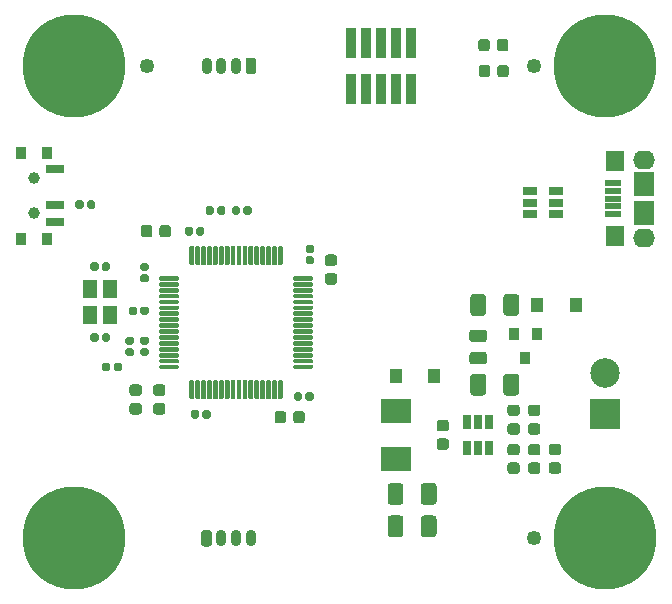
<source format=gbr>
%TF.GenerationSoftware,KiCad,Pcbnew,(5.1.6)-1*%
%TF.CreationDate,2020-09-25T18:38:39+02:00*%
%TF.ProjectId,STM32F4_REV2,53544d33-3246-4345-9f52-4556322e6b69,rev?*%
%TF.SameCoordinates,Original*%
%TF.FileFunction,Soldermask,Top*%
%TF.FilePolarity,Negative*%
%FSLAX46Y46*%
G04 Gerber Fmt 4.6, Leading zero omitted, Abs format (unit mm)*
G04 Created by KiCad (PCBNEW (5.1.6)-1) date 2020-09-25 18:38:39*
%MOMM*%
%LPD*%
G01*
G04 APERTURE LIST*
%ADD10C,1.252000*%
%ADD11C,1.000000*%
%ADD12R,1.600000X0.800000*%
%ADD13R,0.900000X1.100000*%
%ADD14R,0.840000X2.500000*%
%ADD15R,1.000000X1.300000*%
%ADD16C,8.700000*%
%ADD17R,2.500000X2.500000*%
%ADD18C,2.500000*%
%ADD19O,0.900000X1.400000*%
%ADD20R,1.450000X0.500000*%
%ADD21O,1.850000X1.600000*%
%ADD22R,1.500000X1.700000*%
%ADD23R,1.700000X2.000000*%
%ADD24R,2.600000X2.000000*%
%ADD25R,0.900000X1.000000*%
%ADD26R,0.750000X1.160000*%
%ADD27R,1.160000X0.750000*%
%ADD28R,1.300000X1.500000*%
G04 APERTURE END LIST*
D10*
%TO.C,REF\u002A\u002A*%
X75250000Y-81000000D03*
%TD*%
%TO.C,REF\u002A\u002A*%
X75250000Y-41000000D03*
%TD*%
%TO.C,REF\u002A\u002A*%
X42500000Y-41000000D03*
%TD*%
D11*
%TO.C,SW1*%
X32920000Y-50500000D03*
X32920000Y-53500000D03*
D12*
X34680000Y-49750000D03*
X34680000Y-52750000D03*
X34680000Y-54250000D03*
D13*
X31820000Y-48350000D03*
X31820000Y-55650000D03*
X34030000Y-55650000D03*
X34030000Y-48350000D03*
%TD*%
D14*
%TO.C,J2*%
X59710000Y-42950000D03*
X59710000Y-39050000D03*
X60980000Y-42950000D03*
X60980000Y-39050000D03*
X62250000Y-42950000D03*
X62250000Y-39050000D03*
X63520000Y-42950000D03*
X63520000Y-39050000D03*
X64790000Y-42950000D03*
X64790000Y-39050000D03*
%TD*%
%TO.C,C1*%
G36*
G01*
X69825000Y-68655000D02*
X69825000Y-67345000D01*
G75*
G02*
X70095000Y-67075000I270000J0D01*
G01*
X70905000Y-67075000D01*
G75*
G02*
X71175000Y-67345000I0J-270000D01*
G01*
X71175000Y-68655000D01*
G75*
G02*
X70905000Y-68925000I-270000J0D01*
G01*
X70095000Y-68925000D01*
G75*
G02*
X69825000Y-68655000I0J270000D01*
G01*
G37*
G36*
G01*
X72625000Y-68655000D02*
X72625000Y-67345000D01*
G75*
G02*
X72895000Y-67075000I270000J0D01*
G01*
X73705000Y-67075000D01*
G75*
G02*
X73975000Y-67345000I0J-270000D01*
G01*
X73975000Y-68655000D01*
G75*
G02*
X73705000Y-68925000I-270000J0D01*
G01*
X72895000Y-68925000D01*
G75*
G02*
X72625000Y-68655000I0J270000D01*
G01*
G37*
%TD*%
%TO.C,C2*%
G36*
G01*
X62825000Y-77905000D02*
X62825000Y-76595000D01*
G75*
G02*
X63095000Y-76325000I270000J0D01*
G01*
X63905000Y-76325000D01*
G75*
G02*
X64175000Y-76595000I0J-270000D01*
G01*
X64175000Y-77905000D01*
G75*
G02*
X63905000Y-78175000I-270000J0D01*
G01*
X63095000Y-78175000D01*
G75*
G02*
X62825000Y-77905000I0J270000D01*
G01*
G37*
G36*
G01*
X65625000Y-77905000D02*
X65625000Y-76595000D01*
G75*
G02*
X65895000Y-76325000I270000J0D01*
G01*
X66705000Y-76325000D01*
G75*
G02*
X66975000Y-76595000I0J-270000D01*
G01*
X66975000Y-77905000D01*
G75*
G02*
X66705000Y-78175000I-270000J0D01*
G01*
X65895000Y-78175000D01*
G75*
G02*
X65625000Y-77905000I0J270000D01*
G01*
G37*
%TD*%
%TO.C,C3*%
G36*
G01*
X65625000Y-80655000D02*
X65625000Y-79345000D01*
G75*
G02*
X65895000Y-79075000I270000J0D01*
G01*
X66705000Y-79075000D01*
G75*
G02*
X66975000Y-79345000I0J-270000D01*
G01*
X66975000Y-80655000D01*
G75*
G02*
X66705000Y-80925000I-270000J0D01*
G01*
X65895000Y-80925000D01*
G75*
G02*
X65625000Y-80655000I0J270000D01*
G01*
G37*
G36*
G01*
X62825000Y-80655000D02*
X62825000Y-79345000D01*
G75*
G02*
X63095000Y-79075000I270000J0D01*
G01*
X63905000Y-79075000D01*
G75*
G02*
X64175000Y-79345000I0J-270000D01*
G01*
X64175000Y-80655000D01*
G75*
G02*
X63905000Y-80925000I-270000J0D01*
G01*
X63095000Y-80925000D01*
G75*
G02*
X62825000Y-80655000I0J270000D01*
G01*
G37*
%TD*%
%TO.C,C4*%
G36*
G01*
X67218750Y-70975000D02*
X67781250Y-70975000D01*
G75*
G02*
X68025000Y-71218750I0J-243750D01*
G01*
X68025000Y-71706250D01*
G75*
G02*
X67781250Y-71950000I-243750J0D01*
G01*
X67218750Y-71950000D01*
G75*
G02*
X66975000Y-71706250I0J243750D01*
G01*
X66975000Y-71218750D01*
G75*
G02*
X67218750Y-70975000I243750J0D01*
G01*
G37*
G36*
G01*
X67218750Y-72550000D02*
X67781250Y-72550000D01*
G75*
G02*
X68025000Y-72793750I0J-243750D01*
G01*
X68025000Y-73281250D01*
G75*
G02*
X67781250Y-73525000I-243750J0D01*
G01*
X67218750Y-73525000D01*
G75*
G02*
X66975000Y-73281250I0J243750D01*
G01*
X66975000Y-72793750D01*
G75*
G02*
X67218750Y-72550000I243750J0D01*
G01*
G37*
%TD*%
%TO.C,C5*%
G36*
G01*
X42912500Y-54718750D02*
X42912500Y-55281250D01*
G75*
G02*
X42668750Y-55525000I-243750J0D01*
G01*
X42181250Y-55525000D01*
G75*
G02*
X41937500Y-55281250I0J243750D01*
G01*
X41937500Y-54718750D01*
G75*
G02*
X42181250Y-54475000I243750J0D01*
G01*
X42668750Y-54475000D01*
G75*
G02*
X42912500Y-54718750I0J-243750D01*
G01*
G37*
G36*
G01*
X44487500Y-54718750D02*
X44487500Y-55281250D01*
G75*
G02*
X44243750Y-55525000I-243750J0D01*
G01*
X43756250Y-55525000D01*
G75*
G02*
X43512500Y-55281250I0J243750D01*
G01*
X43512500Y-54718750D01*
G75*
G02*
X43756250Y-54475000I243750J0D01*
G01*
X44243750Y-54475000D01*
G75*
G02*
X44487500Y-54718750I0J-243750D01*
G01*
G37*
%TD*%
%TO.C,C6*%
G36*
G01*
X42447500Y-58375000D02*
X42052500Y-58375000D01*
G75*
G02*
X41880000Y-58202500I0J172500D01*
G01*
X41880000Y-57857500D01*
G75*
G02*
X42052500Y-57685000I172500J0D01*
G01*
X42447500Y-57685000D01*
G75*
G02*
X42620000Y-57857500I0J-172500D01*
G01*
X42620000Y-58202500D01*
G75*
G02*
X42447500Y-58375000I-172500J0D01*
G01*
G37*
G36*
G01*
X42447500Y-59345000D02*
X42052500Y-59345000D01*
G75*
G02*
X41880000Y-59172500I0J172500D01*
G01*
X41880000Y-58827500D01*
G75*
G02*
X42052500Y-58655000I172500J0D01*
G01*
X42447500Y-58655000D01*
G75*
G02*
X42620000Y-58827500I0J-172500D01*
G01*
X42620000Y-59172500D01*
G75*
G02*
X42447500Y-59345000I-172500J0D01*
G01*
G37*
%TD*%
%TO.C,C7*%
G36*
G01*
X47845000Y-70302500D02*
X47845000Y-70697500D01*
G75*
G02*
X47672500Y-70870000I-172500J0D01*
G01*
X47327500Y-70870000D01*
G75*
G02*
X47155000Y-70697500I0J172500D01*
G01*
X47155000Y-70302500D01*
G75*
G02*
X47327500Y-70130000I172500J0D01*
G01*
X47672500Y-70130000D01*
G75*
G02*
X47845000Y-70302500I0J-172500D01*
G01*
G37*
G36*
G01*
X46875000Y-70302500D02*
X46875000Y-70697500D01*
G75*
G02*
X46702500Y-70870000I-172500J0D01*
G01*
X46357500Y-70870000D01*
G75*
G02*
X46185000Y-70697500I0J172500D01*
G01*
X46185000Y-70302500D01*
G75*
G02*
X46357500Y-70130000I172500J0D01*
G01*
X46702500Y-70130000D01*
G75*
G02*
X46875000Y-70302500I0J-172500D01*
G01*
G37*
%TD*%
%TO.C,C8*%
G36*
G01*
X55875000Y-69197500D02*
X55875000Y-68802500D01*
G75*
G02*
X56047500Y-68630000I172500J0D01*
G01*
X56392500Y-68630000D01*
G75*
G02*
X56565000Y-68802500I0J-172500D01*
G01*
X56565000Y-69197500D01*
G75*
G02*
X56392500Y-69370000I-172500J0D01*
G01*
X56047500Y-69370000D01*
G75*
G02*
X55875000Y-69197500I0J172500D01*
G01*
G37*
G36*
G01*
X54905000Y-69197500D02*
X54905000Y-68802500D01*
G75*
G02*
X55077500Y-68630000I172500J0D01*
G01*
X55422500Y-68630000D01*
G75*
G02*
X55595000Y-68802500I0J-172500D01*
G01*
X55595000Y-69197500D01*
G75*
G02*
X55422500Y-69370000I-172500J0D01*
G01*
X55077500Y-69370000D01*
G75*
G02*
X54905000Y-69197500I0J172500D01*
G01*
G37*
%TD*%
%TO.C,C9*%
G36*
G01*
X56447500Y-57815000D02*
X56052500Y-57815000D01*
G75*
G02*
X55880000Y-57642500I0J172500D01*
G01*
X55880000Y-57297500D01*
G75*
G02*
X56052500Y-57125000I172500J0D01*
G01*
X56447500Y-57125000D01*
G75*
G02*
X56620000Y-57297500I0J-172500D01*
G01*
X56620000Y-57642500D01*
G75*
G02*
X56447500Y-57815000I-172500J0D01*
G01*
G37*
G36*
G01*
X56447500Y-56845000D02*
X56052500Y-56845000D01*
G75*
G02*
X55880000Y-56672500I0J172500D01*
G01*
X55880000Y-56327500D01*
G75*
G02*
X56052500Y-56155000I172500J0D01*
G01*
X56447500Y-56155000D01*
G75*
G02*
X56620000Y-56327500I0J-172500D01*
G01*
X56620000Y-56672500D01*
G75*
G02*
X56447500Y-56845000I-172500J0D01*
G01*
G37*
%TD*%
%TO.C,C10*%
G36*
G01*
X46625000Y-55197500D02*
X46625000Y-54802500D01*
G75*
G02*
X46797500Y-54630000I172500J0D01*
G01*
X47142500Y-54630000D01*
G75*
G02*
X47315000Y-54802500I0J-172500D01*
G01*
X47315000Y-55197500D01*
G75*
G02*
X47142500Y-55370000I-172500J0D01*
G01*
X46797500Y-55370000D01*
G75*
G02*
X46625000Y-55197500I0J172500D01*
G01*
G37*
G36*
G01*
X45655000Y-55197500D02*
X45655000Y-54802500D01*
G75*
G02*
X45827500Y-54630000I172500J0D01*
G01*
X46172500Y-54630000D01*
G75*
G02*
X46345000Y-54802500I0J-172500D01*
G01*
X46345000Y-55197500D01*
G75*
G02*
X46172500Y-55370000I-172500J0D01*
G01*
X45827500Y-55370000D01*
G75*
G02*
X45655000Y-55197500I0J172500D01*
G01*
G37*
%TD*%
%TO.C,C11*%
G36*
G01*
X41197500Y-65595000D02*
X40802500Y-65595000D01*
G75*
G02*
X40630000Y-65422500I0J172500D01*
G01*
X40630000Y-65077500D01*
G75*
G02*
X40802500Y-64905000I172500J0D01*
G01*
X41197500Y-64905000D01*
G75*
G02*
X41370000Y-65077500I0J-172500D01*
G01*
X41370000Y-65422500D01*
G75*
G02*
X41197500Y-65595000I-172500J0D01*
G01*
G37*
G36*
G01*
X41197500Y-64625000D02*
X40802500Y-64625000D01*
G75*
G02*
X40630000Y-64452500I0J172500D01*
G01*
X40630000Y-64107500D01*
G75*
G02*
X40802500Y-63935000I172500J0D01*
G01*
X41197500Y-63935000D01*
G75*
G02*
X41370000Y-64107500I0J-172500D01*
G01*
X41370000Y-64452500D01*
G75*
G02*
X41197500Y-64625000I-172500J0D01*
G01*
G37*
%TD*%
%TO.C,C12*%
G36*
G01*
X42447500Y-65580000D02*
X42052500Y-65580000D01*
G75*
G02*
X41880000Y-65407500I0J172500D01*
G01*
X41880000Y-65062500D01*
G75*
G02*
X42052500Y-64890000I172500J0D01*
G01*
X42447500Y-64890000D01*
G75*
G02*
X42620000Y-65062500I0J-172500D01*
G01*
X42620000Y-65407500D01*
G75*
G02*
X42447500Y-65580000I-172500J0D01*
G01*
G37*
G36*
G01*
X42447500Y-64610000D02*
X42052500Y-64610000D01*
G75*
G02*
X41880000Y-64437500I0J172500D01*
G01*
X41880000Y-64092500D01*
G75*
G02*
X42052500Y-63920000I172500J0D01*
G01*
X42447500Y-63920000D01*
G75*
G02*
X42620000Y-64092500I0J-172500D01*
G01*
X42620000Y-64437500D01*
G75*
G02*
X42447500Y-64610000I-172500J0D01*
G01*
G37*
%TD*%
%TO.C,C13*%
G36*
G01*
X53262500Y-71031250D02*
X53262500Y-70468750D01*
G75*
G02*
X53506250Y-70225000I243750J0D01*
G01*
X53993750Y-70225000D01*
G75*
G02*
X54237500Y-70468750I0J-243750D01*
G01*
X54237500Y-71031250D01*
G75*
G02*
X53993750Y-71275000I-243750J0D01*
G01*
X53506250Y-71275000D01*
G75*
G02*
X53262500Y-71031250I0J243750D01*
G01*
G37*
G36*
G01*
X54837500Y-71031250D02*
X54837500Y-70468750D01*
G75*
G02*
X55081250Y-70225000I243750J0D01*
G01*
X55568750Y-70225000D01*
G75*
G02*
X55812500Y-70468750I0J-243750D01*
G01*
X55812500Y-71031250D01*
G75*
G02*
X55568750Y-71275000I-243750J0D01*
G01*
X55081250Y-71275000D01*
G75*
G02*
X54837500Y-71031250I0J243750D01*
G01*
G37*
%TD*%
%TO.C,C14*%
G36*
G01*
X58318750Y-57950000D02*
X57756250Y-57950000D01*
G75*
G02*
X57512500Y-57706250I0J243750D01*
G01*
X57512500Y-57218750D01*
G75*
G02*
X57756250Y-56975000I243750J0D01*
G01*
X58318750Y-56975000D01*
G75*
G02*
X58562500Y-57218750I0J-243750D01*
G01*
X58562500Y-57706250D01*
G75*
G02*
X58318750Y-57950000I-243750J0D01*
G01*
G37*
G36*
G01*
X58318750Y-59525000D02*
X57756250Y-59525000D01*
G75*
G02*
X57512500Y-59281250I0J243750D01*
G01*
X57512500Y-58793750D01*
G75*
G02*
X57756250Y-58550000I243750J0D01*
G01*
X58318750Y-58550000D01*
G75*
G02*
X58562500Y-58793750I0J-243750D01*
G01*
X58562500Y-59281250D01*
G75*
G02*
X58318750Y-59525000I-243750J0D01*
G01*
G37*
%TD*%
%TO.C,C15*%
G36*
G01*
X38640000Y-58197500D02*
X38640000Y-57802500D01*
G75*
G02*
X38812500Y-57630000I172500J0D01*
G01*
X39157500Y-57630000D01*
G75*
G02*
X39330000Y-57802500I0J-172500D01*
G01*
X39330000Y-58197500D01*
G75*
G02*
X39157500Y-58370000I-172500J0D01*
G01*
X38812500Y-58370000D01*
G75*
G02*
X38640000Y-58197500I0J172500D01*
G01*
G37*
G36*
G01*
X37670000Y-58197500D02*
X37670000Y-57802500D01*
G75*
G02*
X37842500Y-57630000I172500J0D01*
G01*
X38187500Y-57630000D01*
G75*
G02*
X38360000Y-57802500I0J-172500D01*
G01*
X38360000Y-58197500D01*
G75*
G02*
X38187500Y-58370000I-172500J0D01*
G01*
X37842500Y-58370000D01*
G75*
G02*
X37670000Y-58197500I0J172500D01*
G01*
G37*
%TD*%
%TO.C,C16*%
G36*
G01*
X39330000Y-63802500D02*
X39330000Y-64197500D01*
G75*
G02*
X39157500Y-64370000I-172500J0D01*
G01*
X38812500Y-64370000D01*
G75*
G02*
X38640000Y-64197500I0J172500D01*
G01*
X38640000Y-63802500D01*
G75*
G02*
X38812500Y-63630000I172500J0D01*
G01*
X39157500Y-63630000D01*
G75*
G02*
X39330000Y-63802500I0J-172500D01*
G01*
G37*
G36*
G01*
X38360000Y-63802500D02*
X38360000Y-64197500D01*
G75*
G02*
X38187500Y-64370000I-172500J0D01*
G01*
X37842500Y-64370000D01*
G75*
G02*
X37670000Y-64197500I0J172500D01*
G01*
X37670000Y-63802500D01*
G75*
G02*
X37842500Y-63630000I172500J0D01*
G01*
X38187500Y-63630000D01*
G75*
G02*
X38360000Y-63802500I0J-172500D01*
G01*
G37*
%TD*%
D15*
%TO.C,D1*%
X78800000Y-61250000D03*
X75500000Y-61250000D03*
%TD*%
%TO.C,D2*%
X63500000Y-67250000D03*
X66800000Y-67250000D03*
%TD*%
%TO.C,D3*%
G36*
G01*
X71487500Y-38968750D02*
X71487500Y-39531250D01*
G75*
G02*
X71243750Y-39775000I-243750J0D01*
G01*
X70756250Y-39775000D01*
G75*
G02*
X70512500Y-39531250I0J243750D01*
G01*
X70512500Y-38968750D01*
G75*
G02*
X70756250Y-38725000I243750J0D01*
G01*
X71243750Y-38725000D01*
G75*
G02*
X71487500Y-38968750I0J-243750D01*
G01*
G37*
G36*
G01*
X73062500Y-38968750D02*
X73062500Y-39531250D01*
G75*
G02*
X72818750Y-39775000I-243750J0D01*
G01*
X72331250Y-39775000D01*
G75*
G02*
X72087500Y-39531250I0J243750D01*
G01*
X72087500Y-38968750D01*
G75*
G02*
X72331250Y-38725000I243750J0D01*
G01*
X72818750Y-38725000D01*
G75*
G02*
X73062500Y-38968750I0J-243750D01*
G01*
G37*
%TD*%
%TO.C,D4*%
G36*
G01*
X43781250Y-70525000D02*
X43218750Y-70525000D01*
G75*
G02*
X42975000Y-70281250I0J243750D01*
G01*
X42975000Y-69793750D01*
G75*
G02*
X43218750Y-69550000I243750J0D01*
G01*
X43781250Y-69550000D01*
G75*
G02*
X44025000Y-69793750I0J-243750D01*
G01*
X44025000Y-70281250D01*
G75*
G02*
X43781250Y-70525000I-243750J0D01*
G01*
G37*
G36*
G01*
X43781250Y-68950000D02*
X43218750Y-68950000D01*
G75*
G02*
X42975000Y-68706250I0J243750D01*
G01*
X42975000Y-68218750D01*
G75*
G02*
X43218750Y-67975000I243750J0D01*
G01*
X43781250Y-67975000D01*
G75*
G02*
X44025000Y-68218750I0J-243750D01*
G01*
X44025000Y-68706250D01*
G75*
G02*
X43781250Y-68950000I-243750J0D01*
G01*
G37*
%TD*%
%TO.C,F1*%
G36*
G01*
X69825000Y-61905000D02*
X69825000Y-60595000D01*
G75*
G02*
X70095000Y-60325000I270000J0D01*
G01*
X70905000Y-60325000D01*
G75*
G02*
X71175000Y-60595000I0J-270000D01*
G01*
X71175000Y-61905000D01*
G75*
G02*
X70905000Y-62175000I-270000J0D01*
G01*
X70095000Y-62175000D01*
G75*
G02*
X69825000Y-61905000I0J270000D01*
G01*
G37*
G36*
G01*
X72625000Y-61905000D02*
X72625000Y-60595000D01*
G75*
G02*
X72895000Y-60325000I270000J0D01*
G01*
X73705000Y-60325000D01*
G75*
G02*
X73975000Y-60595000I0J-270000D01*
G01*
X73975000Y-61905000D01*
G75*
G02*
X73705000Y-62175000I-270000J0D01*
G01*
X72895000Y-62175000D01*
G75*
G02*
X72625000Y-61905000I0J270000D01*
G01*
G37*
%TD*%
%TO.C,FB1*%
G36*
G01*
X70981250Y-66287500D02*
X70018750Y-66287500D01*
G75*
G02*
X69750000Y-66018750I0J268750D01*
G01*
X69750000Y-65481250D01*
G75*
G02*
X70018750Y-65212500I268750J0D01*
G01*
X70981250Y-65212500D01*
G75*
G02*
X71250000Y-65481250I0J-268750D01*
G01*
X71250000Y-66018750D01*
G75*
G02*
X70981250Y-66287500I-268750J0D01*
G01*
G37*
G36*
G01*
X70981250Y-64412500D02*
X70018750Y-64412500D01*
G75*
G02*
X69750000Y-64143750I0J268750D01*
G01*
X69750000Y-63606250D01*
G75*
G02*
X70018750Y-63337500I268750J0D01*
G01*
X70981250Y-63337500D01*
G75*
G02*
X71250000Y-63606250I0J-268750D01*
G01*
X71250000Y-64143750D01*
G75*
G02*
X70981250Y-64412500I-268750J0D01*
G01*
G37*
%TD*%
D16*
%TO.C,H1*%
X81250000Y-41000000D03*
D11*
X84475000Y-41000000D03*
X83530419Y-43280419D03*
X81250000Y-44225000D03*
X78969581Y-43280419D03*
X78025000Y-41000000D03*
X78969581Y-38719581D03*
X81250000Y-37775000D03*
X83530419Y-38719581D03*
%TD*%
%TO.C,H2*%
X83530419Y-78719581D03*
X81250000Y-77775000D03*
X78969581Y-78719581D03*
X78025000Y-81000000D03*
X78969581Y-83280419D03*
X81250000Y-84225000D03*
X83530419Y-83280419D03*
X84475000Y-81000000D03*
D16*
X81250000Y-81000000D03*
%TD*%
%TO.C,H3*%
X36250000Y-81000000D03*
D11*
X39475000Y-81000000D03*
X38530419Y-83280419D03*
X36250000Y-84225000D03*
X33969581Y-83280419D03*
X33025000Y-81000000D03*
X33969581Y-78719581D03*
X36250000Y-77775000D03*
X38530419Y-78719581D03*
%TD*%
%TO.C,H4*%
X38530419Y-38719581D03*
X36250000Y-37775000D03*
X33969581Y-38719581D03*
X33025000Y-41000000D03*
X33969581Y-43280419D03*
X36250000Y-44225000D03*
X38530419Y-43280419D03*
X39475000Y-41000000D03*
D16*
X36250000Y-41000000D03*
%TD*%
D17*
%TO.C,J1*%
X81250000Y-70500000D03*
D18*
X81250000Y-67000000D03*
%TD*%
D19*
%TO.C,J3*%
X47500000Y-41000000D03*
X48750000Y-41000000D03*
X50000000Y-41000000D03*
G36*
G01*
X51700000Y-40525000D02*
X51700000Y-41475000D01*
G75*
G02*
X51475000Y-41700000I-225000J0D01*
G01*
X51025000Y-41700000D01*
G75*
G02*
X50800000Y-41475000I0J225000D01*
G01*
X50800000Y-40525000D01*
G75*
G02*
X51025000Y-40300000I225000J0D01*
G01*
X51475000Y-40300000D01*
G75*
G02*
X51700000Y-40525000I0J-225000D01*
G01*
G37*
%TD*%
%TO.C,J4*%
G36*
G01*
X47050000Y-81475000D02*
X47050000Y-80525000D01*
G75*
G02*
X47275000Y-80300000I225000J0D01*
G01*
X47725000Y-80300000D01*
G75*
G02*
X47950000Y-80525000I0J-225000D01*
G01*
X47950000Y-81475000D01*
G75*
G02*
X47725000Y-81700000I-225000J0D01*
G01*
X47275000Y-81700000D01*
G75*
G02*
X47050000Y-81475000I0J225000D01*
G01*
G37*
X48750000Y-81000000D03*
X50000000Y-81000000D03*
X51250000Y-81000000D03*
%TD*%
D20*
%TO.C,J5*%
X81900000Y-53550000D03*
X81900000Y-52900000D03*
X81900000Y-52250000D03*
X81900000Y-51600000D03*
X81900000Y-50950000D03*
D21*
X84575000Y-55550000D03*
X84575000Y-48950000D03*
D22*
X82125000Y-55450000D03*
D23*
X84575000Y-53450000D03*
X84575000Y-51050000D03*
D22*
X82125000Y-49050000D03*
%TD*%
D24*
%TO.C,L1*%
X63500000Y-70200000D03*
X63500000Y-74300000D03*
%TD*%
%TO.C,L2*%
G36*
G01*
X38670000Y-66697500D02*
X38670000Y-66302500D01*
G75*
G02*
X38842500Y-66130000I172500J0D01*
G01*
X39187500Y-66130000D01*
G75*
G02*
X39360000Y-66302500I0J-172500D01*
G01*
X39360000Y-66697500D01*
G75*
G02*
X39187500Y-66870000I-172500J0D01*
G01*
X38842500Y-66870000D01*
G75*
G02*
X38670000Y-66697500I0J172500D01*
G01*
G37*
G36*
G01*
X39640000Y-66697500D02*
X39640000Y-66302500D01*
G75*
G02*
X39812500Y-66130000I172500J0D01*
G01*
X40157500Y-66130000D01*
G75*
G02*
X40330000Y-66302500I0J-172500D01*
G01*
X40330000Y-66697500D01*
G75*
G02*
X40157500Y-66870000I-172500J0D01*
G01*
X39812500Y-66870000D01*
G75*
G02*
X39640000Y-66697500I0J172500D01*
G01*
G37*
%TD*%
D25*
%TO.C,Q1*%
X75450000Y-63750000D03*
X73550000Y-63750000D03*
X74500000Y-65750000D03*
%TD*%
%TO.C,R1*%
G36*
G01*
X73218750Y-71262500D02*
X73781250Y-71262500D01*
G75*
G02*
X74025000Y-71506250I0J-243750D01*
G01*
X74025000Y-71993750D01*
G75*
G02*
X73781250Y-72237500I-243750J0D01*
G01*
X73218750Y-72237500D01*
G75*
G02*
X72975000Y-71993750I0J243750D01*
G01*
X72975000Y-71506250D01*
G75*
G02*
X73218750Y-71262500I243750J0D01*
G01*
G37*
G36*
G01*
X73218750Y-69687500D02*
X73781250Y-69687500D01*
G75*
G02*
X74025000Y-69931250I0J-243750D01*
G01*
X74025000Y-70418750D01*
G75*
G02*
X73781250Y-70662500I-243750J0D01*
G01*
X73218750Y-70662500D01*
G75*
G02*
X72975000Y-70418750I0J243750D01*
G01*
X72975000Y-69931250D01*
G75*
G02*
X73218750Y-69687500I243750J0D01*
G01*
G37*
%TD*%
%TO.C,R2*%
G36*
G01*
X75531250Y-72237500D02*
X74968750Y-72237500D01*
G75*
G02*
X74725000Y-71993750I0J243750D01*
G01*
X74725000Y-71506250D01*
G75*
G02*
X74968750Y-71262500I243750J0D01*
G01*
X75531250Y-71262500D01*
G75*
G02*
X75775000Y-71506250I0J-243750D01*
G01*
X75775000Y-71993750D01*
G75*
G02*
X75531250Y-72237500I-243750J0D01*
G01*
G37*
G36*
G01*
X75531250Y-70662500D02*
X74968750Y-70662500D01*
G75*
G02*
X74725000Y-70418750I0J243750D01*
G01*
X74725000Y-69931250D01*
G75*
G02*
X74968750Y-69687500I243750J0D01*
G01*
X75531250Y-69687500D01*
G75*
G02*
X75775000Y-69931250I0J-243750D01*
G01*
X75775000Y-70418750D01*
G75*
G02*
X75531250Y-70662500I-243750J0D01*
G01*
G37*
%TD*%
%TO.C,R3*%
G36*
G01*
X73781250Y-75562500D02*
X73218750Y-75562500D01*
G75*
G02*
X72975000Y-75318750I0J243750D01*
G01*
X72975000Y-74831250D01*
G75*
G02*
X73218750Y-74587500I243750J0D01*
G01*
X73781250Y-74587500D01*
G75*
G02*
X74025000Y-74831250I0J-243750D01*
G01*
X74025000Y-75318750D01*
G75*
G02*
X73781250Y-75562500I-243750J0D01*
G01*
G37*
G36*
G01*
X73781250Y-73987500D02*
X73218750Y-73987500D01*
G75*
G02*
X72975000Y-73743750I0J243750D01*
G01*
X72975000Y-73256250D01*
G75*
G02*
X73218750Y-73012500I243750J0D01*
G01*
X73781250Y-73012500D01*
G75*
G02*
X74025000Y-73256250I0J-243750D01*
G01*
X74025000Y-73743750D01*
G75*
G02*
X73781250Y-73987500I-243750J0D01*
G01*
G37*
%TD*%
%TO.C,R4*%
G36*
G01*
X74968750Y-73012500D02*
X75531250Y-73012500D01*
G75*
G02*
X75775000Y-73256250I0J-243750D01*
G01*
X75775000Y-73743750D01*
G75*
G02*
X75531250Y-73987500I-243750J0D01*
G01*
X74968750Y-73987500D01*
G75*
G02*
X74725000Y-73743750I0J243750D01*
G01*
X74725000Y-73256250D01*
G75*
G02*
X74968750Y-73012500I243750J0D01*
G01*
G37*
G36*
G01*
X74968750Y-74587500D02*
X75531250Y-74587500D01*
G75*
G02*
X75775000Y-74831250I0J-243750D01*
G01*
X75775000Y-75318750D01*
G75*
G02*
X75531250Y-75562500I-243750J0D01*
G01*
X74968750Y-75562500D01*
G75*
G02*
X74725000Y-75318750I0J243750D01*
G01*
X74725000Y-74831250D01*
G75*
G02*
X74968750Y-74587500I243750J0D01*
G01*
G37*
%TD*%
%TO.C,R5*%
G36*
G01*
X77281250Y-73975000D02*
X76718750Y-73975000D01*
G75*
G02*
X76475000Y-73731250I0J243750D01*
G01*
X76475000Y-73243750D01*
G75*
G02*
X76718750Y-73000000I243750J0D01*
G01*
X77281250Y-73000000D01*
G75*
G02*
X77525000Y-73243750I0J-243750D01*
G01*
X77525000Y-73731250D01*
G75*
G02*
X77281250Y-73975000I-243750J0D01*
G01*
G37*
G36*
G01*
X77281250Y-75550000D02*
X76718750Y-75550000D01*
G75*
G02*
X76475000Y-75306250I0J243750D01*
G01*
X76475000Y-74818750D01*
G75*
G02*
X76718750Y-74575000I243750J0D01*
G01*
X77281250Y-74575000D01*
G75*
G02*
X77525000Y-74818750I0J-243750D01*
G01*
X77525000Y-75306250D01*
G75*
G02*
X77281250Y-75550000I-243750J0D01*
G01*
G37*
%TD*%
%TO.C,R6*%
G36*
G01*
X72112500Y-41731250D02*
X72112500Y-41168750D01*
G75*
G02*
X72356250Y-40925000I243750J0D01*
G01*
X72843750Y-40925000D01*
G75*
G02*
X73087500Y-41168750I0J-243750D01*
G01*
X73087500Y-41731250D01*
G75*
G02*
X72843750Y-41975000I-243750J0D01*
G01*
X72356250Y-41975000D01*
G75*
G02*
X72112500Y-41731250I0J243750D01*
G01*
G37*
G36*
G01*
X70537500Y-41731250D02*
X70537500Y-41168750D01*
G75*
G02*
X70781250Y-40925000I243750J0D01*
G01*
X71268750Y-40925000D01*
G75*
G02*
X71512500Y-41168750I0J-243750D01*
G01*
X71512500Y-41731250D01*
G75*
G02*
X71268750Y-41975000I-243750J0D01*
G01*
X70781250Y-41975000D01*
G75*
G02*
X70537500Y-41731250I0J243750D01*
G01*
G37*
%TD*%
%TO.C,R7*%
G36*
G01*
X37375000Y-52947500D02*
X37375000Y-52552500D01*
G75*
G02*
X37547500Y-52380000I172500J0D01*
G01*
X37892500Y-52380000D01*
G75*
G02*
X38065000Y-52552500I0J-172500D01*
G01*
X38065000Y-52947500D01*
G75*
G02*
X37892500Y-53120000I-172500J0D01*
G01*
X37547500Y-53120000D01*
G75*
G02*
X37375000Y-52947500I0J172500D01*
G01*
G37*
G36*
G01*
X36405000Y-52947500D02*
X36405000Y-52552500D01*
G75*
G02*
X36577500Y-52380000I172500J0D01*
G01*
X36922500Y-52380000D01*
G75*
G02*
X37095000Y-52552500I0J-172500D01*
G01*
X37095000Y-52947500D01*
G75*
G02*
X36922500Y-53120000I-172500J0D01*
G01*
X36577500Y-53120000D01*
G75*
G02*
X36405000Y-52947500I0J172500D01*
G01*
G37*
%TD*%
%TO.C,R8*%
G36*
G01*
X42595000Y-61552500D02*
X42595000Y-61947500D01*
G75*
G02*
X42422500Y-62120000I-172500J0D01*
G01*
X42077500Y-62120000D01*
G75*
G02*
X41905000Y-61947500I0J172500D01*
G01*
X41905000Y-61552500D01*
G75*
G02*
X42077500Y-61380000I172500J0D01*
G01*
X42422500Y-61380000D01*
G75*
G02*
X42595000Y-61552500I0J-172500D01*
G01*
G37*
G36*
G01*
X41625000Y-61552500D02*
X41625000Y-61947500D01*
G75*
G02*
X41452500Y-62120000I-172500J0D01*
G01*
X41107500Y-62120000D01*
G75*
G02*
X40935000Y-61947500I0J172500D01*
G01*
X40935000Y-61552500D01*
G75*
G02*
X41107500Y-61380000I172500J0D01*
G01*
X41452500Y-61380000D01*
G75*
G02*
X41625000Y-61552500I0J-172500D01*
G01*
G37*
%TD*%
%TO.C,R9*%
G36*
G01*
X41218750Y-67975000D02*
X41781250Y-67975000D01*
G75*
G02*
X42025000Y-68218750I0J-243750D01*
G01*
X42025000Y-68706250D01*
G75*
G02*
X41781250Y-68950000I-243750J0D01*
G01*
X41218750Y-68950000D01*
G75*
G02*
X40975000Y-68706250I0J243750D01*
G01*
X40975000Y-68218750D01*
G75*
G02*
X41218750Y-67975000I243750J0D01*
G01*
G37*
G36*
G01*
X41218750Y-69550000D02*
X41781250Y-69550000D01*
G75*
G02*
X42025000Y-69793750I0J-243750D01*
G01*
X42025000Y-70281250D01*
G75*
G02*
X41781250Y-70525000I-243750J0D01*
G01*
X41218750Y-70525000D01*
G75*
G02*
X40975000Y-70281250I0J243750D01*
G01*
X40975000Y-69793750D01*
G75*
G02*
X41218750Y-69550000I243750J0D01*
G01*
G37*
%TD*%
%TO.C,R10*%
G36*
G01*
X50345000Y-53052500D02*
X50345000Y-53447500D01*
G75*
G02*
X50172500Y-53620000I-172500J0D01*
G01*
X49827500Y-53620000D01*
G75*
G02*
X49655000Y-53447500I0J172500D01*
G01*
X49655000Y-53052500D01*
G75*
G02*
X49827500Y-52880000I172500J0D01*
G01*
X50172500Y-52880000D01*
G75*
G02*
X50345000Y-53052500I0J-172500D01*
G01*
G37*
G36*
G01*
X51315000Y-53052500D02*
X51315000Y-53447500D01*
G75*
G02*
X51142500Y-53620000I-172500J0D01*
G01*
X50797500Y-53620000D01*
G75*
G02*
X50625000Y-53447500I0J172500D01*
G01*
X50625000Y-53052500D01*
G75*
G02*
X50797500Y-52880000I172500J0D01*
G01*
X51142500Y-52880000D01*
G75*
G02*
X51315000Y-53052500I0J-172500D01*
G01*
G37*
%TD*%
%TO.C,R11*%
G36*
G01*
X47435000Y-53447500D02*
X47435000Y-53052500D01*
G75*
G02*
X47607500Y-52880000I172500J0D01*
G01*
X47952500Y-52880000D01*
G75*
G02*
X48125000Y-53052500I0J-172500D01*
G01*
X48125000Y-53447500D01*
G75*
G02*
X47952500Y-53620000I-172500J0D01*
G01*
X47607500Y-53620000D01*
G75*
G02*
X47435000Y-53447500I0J172500D01*
G01*
G37*
G36*
G01*
X48405000Y-53447500D02*
X48405000Y-53052500D01*
G75*
G02*
X48577500Y-52880000I172500J0D01*
G01*
X48922500Y-52880000D01*
G75*
G02*
X49095000Y-53052500I0J-172500D01*
G01*
X49095000Y-53447500D01*
G75*
G02*
X48922500Y-53620000I-172500J0D01*
G01*
X48577500Y-53620000D01*
G75*
G02*
X48405000Y-53447500I0J172500D01*
G01*
G37*
%TD*%
D26*
%TO.C,U1*%
X69550000Y-73350000D03*
X70500000Y-73350000D03*
X71450000Y-73350000D03*
X71450000Y-71150000D03*
X69550000Y-71150000D03*
X70500000Y-71150000D03*
%TD*%
%TO.C,U2*%
G36*
G01*
X43500000Y-59100000D02*
X43500000Y-58900000D01*
G75*
G02*
X43600000Y-58800000I100000J0D01*
G01*
X45050000Y-58800000D01*
G75*
G02*
X45150000Y-58900000I0J-100000D01*
G01*
X45150000Y-59100000D01*
G75*
G02*
X45050000Y-59200000I-100000J0D01*
G01*
X43600000Y-59200000D01*
G75*
G02*
X43500000Y-59100000I0J100000D01*
G01*
G37*
G36*
G01*
X43500000Y-59600000D02*
X43500000Y-59400000D01*
G75*
G02*
X43600000Y-59300000I100000J0D01*
G01*
X45050000Y-59300000D01*
G75*
G02*
X45150000Y-59400000I0J-100000D01*
G01*
X45150000Y-59600000D01*
G75*
G02*
X45050000Y-59700000I-100000J0D01*
G01*
X43600000Y-59700000D01*
G75*
G02*
X43500000Y-59600000I0J100000D01*
G01*
G37*
G36*
G01*
X43500000Y-60100000D02*
X43500000Y-59900000D01*
G75*
G02*
X43600000Y-59800000I100000J0D01*
G01*
X45050000Y-59800000D01*
G75*
G02*
X45150000Y-59900000I0J-100000D01*
G01*
X45150000Y-60100000D01*
G75*
G02*
X45050000Y-60200000I-100000J0D01*
G01*
X43600000Y-60200000D01*
G75*
G02*
X43500000Y-60100000I0J100000D01*
G01*
G37*
G36*
G01*
X43500000Y-60600000D02*
X43500000Y-60400000D01*
G75*
G02*
X43600000Y-60300000I100000J0D01*
G01*
X45050000Y-60300000D01*
G75*
G02*
X45150000Y-60400000I0J-100000D01*
G01*
X45150000Y-60600000D01*
G75*
G02*
X45050000Y-60700000I-100000J0D01*
G01*
X43600000Y-60700000D01*
G75*
G02*
X43500000Y-60600000I0J100000D01*
G01*
G37*
G36*
G01*
X43500000Y-61100000D02*
X43500000Y-60900000D01*
G75*
G02*
X43600000Y-60800000I100000J0D01*
G01*
X45050000Y-60800000D01*
G75*
G02*
X45150000Y-60900000I0J-100000D01*
G01*
X45150000Y-61100000D01*
G75*
G02*
X45050000Y-61200000I-100000J0D01*
G01*
X43600000Y-61200000D01*
G75*
G02*
X43500000Y-61100000I0J100000D01*
G01*
G37*
G36*
G01*
X43500000Y-61600000D02*
X43500000Y-61400000D01*
G75*
G02*
X43600000Y-61300000I100000J0D01*
G01*
X45050000Y-61300000D01*
G75*
G02*
X45150000Y-61400000I0J-100000D01*
G01*
X45150000Y-61600000D01*
G75*
G02*
X45050000Y-61700000I-100000J0D01*
G01*
X43600000Y-61700000D01*
G75*
G02*
X43500000Y-61600000I0J100000D01*
G01*
G37*
G36*
G01*
X43500000Y-62100000D02*
X43500000Y-61900000D01*
G75*
G02*
X43600000Y-61800000I100000J0D01*
G01*
X45050000Y-61800000D01*
G75*
G02*
X45150000Y-61900000I0J-100000D01*
G01*
X45150000Y-62100000D01*
G75*
G02*
X45050000Y-62200000I-100000J0D01*
G01*
X43600000Y-62200000D01*
G75*
G02*
X43500000Y-62100000I0J100000D01*
G01*
G37*
G36*
G01*
X43500000Y-62600000D02*
X43500000Y-62400000D01*
G75*
G02*
X43600000Y-62300000I100000J0D01*
G01*
X45050000Y-62300000D01*
G75*
G02*
X45150000Y-62400000I0J-100000D01*
G01*
X45150000Y-62600000D01*
G75*
G02*
X45050000Y-62700000I-100000J0D01*
G01*
X43600000Y-62700000D01*
G75*
G02*
X43500000Y-62600000I0J100000D01*
G01*
G37*
G36*
G01*
X43500000Y-63100000D02*
X43500000Y-62900000D01*
G75*
G02*
X43600000Y-62800000I100000J0D01*
G01*
X45050000Y-62800000D01*
G75*
G02*
X45150000Y-62900000I0J-100000D01*
G01*
X45150000Y-63100000D01*
G75*
G02*
X45050000Y-63200000I-100000J0D01*
G01*
X43600000Y-63200000D01*
G75*
G02*
X43500000Y-63100000I0J100000D01*
G01*
G37*
G36*
G01*
X43500000Y-63600000D02*
X43500000Y-63400000D01*
G75*
G02*
X43600000Y-63300000I100000J0D01*
G01*
X45050000Y-63300000D01*
G75*
G02*
X45150000Y-63400000I0J-100000D01*
G01*
X45150000Y-63600000D01*
G75*
G02*
X45050000Y-63700000I-100000J0D01*
G01*
X43600000Y-63700000D01*
G75*
G02*
X43500000Y-63600000I0J100000D01*
G01*
G37*
G36*
G01*
X43500000Y-64100000D02*
X43500000Y-63900000D01*
G75*
G02*
X43600000Y-63800000I100000J0D01*
G01*
X45050000Y-63800000D01*
G75*
G02*
X45150000Y-63900000I0J-100000D01*
G01*
X45150000Y-64100000D01*
G75*
G02*
X45050000Y-64200000I-100000J0D01*
G01*
X43600000Y-64200000D01*
G75*
G02*
X43500000Y-64100000I0J100000D01*
G01*
G37*
G36*
G01*
X43500000Y-64600000D02*
X43500000Y-64400000D01*
G75*
G02*
X43600000Y-64300000I100000J0D01*
G01*
X45050000Y-64300000D01*
G75*
G02*
X45150000Y-64400000I0J-100000D01*
G01*
X45150000Y-64600000D01*
G75*
G02*
X45050000Y-64700000I-100000J0D01*
G01*
X43600000Y-64700000D01*
G75*
G02*
X43500000Y-64600000I0J100000D01*
G01*
G37*
G36*
G01*
X43500000Y-65100000D02*
X43500000Y-64900000D01*
G75*
G02*
X43600000Y-64800000I100000J0D01*
G01*
X45050000Y-64800000D01*
G75*
G02*
X45150000Y-64900000I0J-100000D01*
G01*
X45150000Y-65100000D01*
G75*
G02*
X45050000Y-65200000I-100000J0D01*
G01*
X43600000Y-65200000D01*
G75*
G02*
X43500000Y-65100000I0J100000D01*
G01*
G37*
G36*
G01*
X43500000Y-65600000D02*
X43500000Y-65400000D01*
G75*
G02*
X43600000Y-65300000I100000J0D01*
G01*
X45050000Y-65300000D01*
G75*
G02*
X45150000Y-65400000I0J-100000D01*
G01*
X45150000Y-65600000D01*
G75*
G02*
X45050000Y-65700000I-100000J0D01*
G01*
X43600000Y-65700000D01*
G75*
G02*
X43500000Y-65600000I0J100000D01*
G01*
G37*
G36*
G01*
X43500000Y-66100000D02*
X43500000Y-65900000D01*
G75*
G02*
X43600000Y-65800000I100000J0D01*
G01*
X45050000Y-65800000D01*
G75*
G02*
X45150000Y-65900000I0J-100000D01*
G01*
X45150000Y-66100000D01*
G75*
G02*
X45050000Y-66200000I-100000J0D01*
G01*
X43600000Y-66200000D01*
G75*
G02*
X43500000Y-66100000I0J100000D01*
G01*
G37*
G36*
G01*
X43500000Y-66600000D02*
X43500000Y-66400000D01*
G75*
G02*
X43600000Y-66300000I100000J0D01*
G01*
X45050000Y-66300000D01*
G75*
G02*
X45150000Y-66400000I0J-100000D01*
G01*
X45150000Y-66600000D01*
G75*
G02*
X45050000Y-66700000I-100000J0D01*
G01*
X43600000Y-66700000D01*
G75*
G02*
X43500000Y-66600000I0J100000D01*
G01*
G37*
G36*
G01*
X46050000Y-69150000D02*
X46050000Y-67700000D01*
G75*
G02*
X46150000Y-67600000I100000J0D01*
G01*
X46350000Y-67600000D01*
G75*
G02*
X46450000Y-67700000I0J-100000D01*
G01*
X46450000Y-69150000D01*
G75*
G02*
X46350000Y-69250000I-100000J0D01*
G01*
X46150000Y-69250000D01*
G75*
G02*
X46050000Y-69150000I0J100000D01*
G01*
G37*
G36*
G01*
X46550000Y-69150000D02*
X46550000Y-67700000D01*
G75*
G02*
X46650000Y-67600000I100000J0D01*
G01*
X46850000Y-67600000D01*
G75*
G02*
X46950000Y-67700000I0J-100000D01*
G01*
X46950000Y-69150000D01*
G75*
G02*
X46850000Y-69250000I-100000J0D01*
G01*
X46650000Y-69250000D01*
G75*
G02*
X46550000Y-69150000I0J100000D01*
G01*
G37*
G36*
G01*
X47050000Y-69150000D02*
X47050000Y-67700000D01*
G75*
G02*
X47150000Y-67600000I100000J0D01*
G01*
X47350000Y-67600000D01*
G75*
G02*
X47450000Y-67700000I0J-100000D01*
G01*
X47450000Y-69150000D01*
G75*
G02*
X47350000Y-69250000I-100000J0D01*
G01*
X47150000Y-69250000D01*
G75*
G02*
X47050000Y-69150000I0J100000D01*
G01*
G37*
G36*
G01*
X47550000Y-69150000D02*
X47550000Y-67700000D01*
G75*
G02*
X47650000Y-67600000I100000J0D01*
G01*
X47850000Y-67600000D01*
G75*
G02*
X47950000Y-67700000I0J-100000D01*
G01*
X47950000Y-69150000D01*
G75*
G02*
X47850000Y-69250000I-100000J0D01*
G01*
X47650000Y-69250000D01*
G75*
G02*
X47550000Y-69150000I0J100000D01*
G01*
G37*
G36*
G01*
X48050000Y-69150000D02*
X48050000Y-67700000D01*
G75*
G02*
X48150000Y-67600000I100000J0D01*
G01*
X48350000Y-67600000D01*
G75*
G02*
X48450000Y-67700000I0J-100000D01*
G01*
X48450000Y-69150000D01*
G75*
G02*
X48350000Y-69250000I-100000J0D01*
G01*
X48150000Y-69250000D01*
G75*
G02*
X48050000Y-69150000I0J100000D01*
G01*
G37*
G36*
G01*
X48550000Y-69150000D02*
X48550000Y-67700000D01*
G75*
G02*
X48650000Y-67600000I100000J0D01*
G01*
X48850000Y-67600000D01*
G75*
G02*
X48950000Y-67700000I0J-100000D01*
G01*
X48950000Y-69150000D01*
G75*
G02*
X48850000Y-69250000I-100000J0D01*
G01*
X48650000Y-69250000D01*
G75*
G02*
X48550000Y-69150000I0J100000D01*
G01*
G37*
G36*
G01*
X49050000Y-69150000D02*
X49050000Y-67700000D01*
G75*
G02*
X49150000Y-67600000I100000J0D01*
G01*
X49350000Y-67600000D01*
G75*
G02*
X49450000Y-67700000I0J-100000D01*
G01*
X49450000Y-69150000D01*
G75*
G02*
X49350000Y-69250000I-100000J0D01*
G01*
X49150000Y-69250000D01*
G75*
G02*
X49050000Y-69150000I0J100000D01*
G01*
G37*
G36*
G01*
X49550000Y-69150000D02*
X49550000Y-67700000D01*
G75*
G02*
X49650000Y-67600000I100000J0D01*
G01*
X49850000Y-67600000D01*
G75*
G02*
X49950000Y-67700000I0J-100000D01*
G01*
X49950000Y-69150000D01*
G75*
G02*
X49850000Y-69250000I-100000J0D01*
G01*
X49650000Y-69250000D01*
G75*
G02*
X49550000Y-69150000I0J100000D01*
G01*
G37*
G36*
G01*
X50050000Y-69150000D02*
X50050000Y-67700000D01*
G75*
G02*
X50150000Y-67600000I100000J0D01*
G01*
X50350000Y-67600000D01*
G75*
G02*
X50450000Y-67700000I0J-100000D01*
G01*
X50450000Y-69150000D01*
G75*
G02*
X50350000Y-69250000I-100000J0D01*
G01*
X50150000Y-69250000D01*
G75*
G02*
X50050000Y-69150000I0J100000D01*
G01*
G37*
G36*
G01*
X50550000Y-69150000D02*
X50550000Y-67700000D01*
G75*
G02*
X50650000Y-67600000I100000J0D01*
G01*
X50850000Y-67600000D01*
G75*
G02*
X50950000Y-67700000I0J-100000D01*
G01*
X50950000Y-69150000D01*
G75*
G02*
X50850000Y-69250000I-100000J0D01*
G01*
X50650000Y-69250000D01*
G75*
G02*
X50550000Y-69150000I0J100000D01*
G01*
G37*
G36*
G01*
X51050000Y-69150000D02*
X51050000Y-67700000D01*
G75*
G02*
X51150000Y-67600000I100000J0D01*
G01*
X51350000Y-67600000D01*
G75*
G02*
X51450000Y-67700000I0J-100000D01*
G01*
X51450000Y-69150000D01*
G75*
G02*
X51350000Y-69250000I-100000J0D01*
G01*
X51150000Y-69250000D01*
G75*
G02*
X51050000Y-69150000I0J100000D01*
G01*
G37*
G36*
G01*
X51550000Y-69150000D02*
X51550000Y-67700000D01*
G75*
G02*
X51650000Y-67600000I100000J0D01*
G01*
X51850000Y-67600000D01*
G75*
G02*
X51950000Y-67700000I0J-100000D01*
G01*
X51950000Y-69150000D01*
G75*
G02*
X51850000Y-69250000I-100000J0D01*
G01*
X51650000Y-69250000D01*
G75*
G02*
X51550000Y-69150000I0J100000D01*
G01*
G37*
G36*
G01*
X52050000Y-69150000D02*
X52050000Y-67700000D01*
G75*
G02*
X52150000Y-67600000I100000J0D01*
G01*
X52350000Y-67600000D01*
G75*
G02*
X52450000Y-67700000I0J-100000D01*
G01*
X52450000Y-69150000D01*
G75*
G02*
X52350000Y-69250000I-100000J0D01*
G01*
X52150000Y-69250000D01*
G75*
G02*
X52050000Y-69150000I0J100000D01*
G01*
G37*
G36*
G01*
X52550000Y-69150000D02*
X52550000Y-67700000D01*
G75*
G02*
X52650000Y-67600000I100000J0D01*
G01*
X52850000Y-67600000D01*
G75*
G02*
X52950000Y-67700000I0J-100000D01*
G01*
X52950000Y-69150000D01*
G75*
G02*
X52850000Y-69250000I-100000J0D01*
G01*
X52650000Y-69250000D01*
G75*
G02*
X52550000Y-69150000I0J100000D01*
G01*
G37*
G36*
G01*
X53050000Y-69150000D02*
X53050000Y-67700000D01*
G75*
G02*
X53150000Y-67600000I100000J0D01*
G01*
X53350000Y-67600000D01*
G75*
G02*
X53450000Y-67700000I0J-100000D01*
G01*
X53450000Y-69150000D01*
G75*
G02*
X53350000Y-69250000I-100000J0D01*
G01*
X53150000Y-69250000D01*
G75*
G02*
X53050000Y-69150000I0J100000D01*
G01*
G37*
G36*
G01*
X53550000Y-69150000D02*
X53550000Y-67700000D01*
G75*
G02*
X53650000Y-67600000I100000J0D01*
G01*
X53850000Y-67600000D01*
G75*
G02*
X53950000Y-67700000I0J-100000D01*
G01*
X53950000Y-69150000D01*
G75*
G02*
X53850000Y-69250000I-100000J0D01*
G01*
X53650000Y-69250000D01*
G75*
G02*
X53550000Y-69150000I0J100000D01*
G01*
G37*
G36*
G01*
X54850000Y-66600000D02*
X54850000Y-66400000D01*
G75*
G02*
X54950000Y-66300000I100000J0D01*
G01*
X56400000Y-66300000D01*
G75*
G02*
X56500000Y-66400000I0J-100000D01*
G01*
X56500000Y-66600000D01*
G75*
G02*
X56400000Y-66700000I-100000J0D01*
G01*
X54950000Y-66700000D01*
G75*
G02*
X54850000Y-66600000I0J100000D01*
G01*
G37*
G36*
G01*
X54850000Y-66100000D02*
X54850000Y-65900000D01*
G75*
G02*
X54950000Y-65800000I100000J0D01*
G01*
X56400000Y-65800000D01*
G75*
G02*
X56500000Y-65900000I0J-100000D01*
G01*
X56500000Y-66100000D01*
G75*
G02*
X56400000Y-66200000I-100000J0D01*
G01*
X54950000Y-66200000D01*
G75*
G02*
X54850000Y-66100000I0J100000D01*
G01*
G37*
G36*
G01*
X54850000Y-65600000D02*
X54850000Y-65400000D01*
G75*
G02*
X54950000Y-65300000I100000J0D01*
G01*
X56400000Y-65300000D01*
G75*
G02*
X56500000Y-65400000I0J-100000D01*
G01*
X56500000Y-65600000D01*
G75*
G02*
X56400000Y-65700000I-100000J0D01*
G01*
X54950000Y-65700000D01*
G75*
G02*
X54850000Y-65600000I0J100000D01*
G01*
G37*
G36*
G01*
X54850000Y-65100000D02*
X54850000Y-64900000D01*
G75*
G02*
X54950000Y-64800000I100000J0D01*
G01*
X56400000Y-64800000D01*
G75*
G02*
X56500000Y-64900000I0J-100000D01*
G01*
X56500000Y-65100000D01*
G75*
G02*
X56400000Y-65200000I-100000J0D01*
G01*
X54950000Y-65200000D01*
G75*
G02*
X54850000Y-65100000I0J100000D01*
G01*
G37*
G36*
G01*
X54850000Y-64600000D02*
X54850000Y-64400000D01*
G75*
G02*
X54950000Y-64300000I100000J0D01*
G01*
X56400000Y-64300000D01*
G75*
G02*
X56500000Y-64400000I0J-100000D01*
G01*
X56500000Y-64600000D01*
G75*
G02*
X56400000Y-64700000I-100000J0D01*
G01*
X54950000Y-64700000D01*
G75*
G02*
X54850000Y-64600000I0J100000D01*
G01*
G37*
G36*
G01*
X54850000Y-64100000D02*
X54850000Y-63900000D01*
G75*
G02*
X54950000Y-63800000I100000J0D01*
G01*
X56400000Y-63800000D01*
G75*
G02*
X56500000Y-63900000I0J-100000D01*
G01*
X56500000Y-64100000D01*
G75*
G02*
X56400000Y-64200000I-100000J0D01*
G01*
X54950000Y-64200000D01*
G75*
G02*
X54850000Y-64100000I0J100000D01*
G01*
G37*
G36*
G01*
X54850000Y-63600000D02*
X54850000Y-63400000D01*
G75*
G02*
X54950000Y-63300000I100000J0D01*
G01*
X56400000Y-63300000D01*
G75*
G02*
X56500000Y-63400000I0J-100000D01*
G01*
X56500000Y-63600000D01*
G75*
G02*
X56400000Y-63700000I-100000J0D01*
G01*
X54950000Y-63700000D01*
G75*
G02*
X54850000Y-63600000I0J100000D01*
G01*
G37*
G36*
G01*
X54850000Y-63100000D02*
X54850000Y-62900000D01*
G75*
G02*
X54950000Y-62800000I100000J0D01*
G01*
X56400000Y-62800000D01*
G75*
G02*
X56500000Y-62900000I0J-100000D01*
G01*
X56500000Y-63100000D01*
G75*
G02*
X56400000Y-63200000I-100000J0D01*
G01*
X54950000Y-63200000D01*
G75*
G02*
X54850000Y-63100000I0J100000D01*
G01*
G37*
G36*
G01*
X54850000Y-62600000D02*
X54850000Y-62400000D01*
G75*
G02*
X54950000Y-62300000I100000J0D01*
G01*
X56400000Y-62300000D01*
G75*
G02*
X56500000Y-62400000I0J-100000D01*
G01*
X56500000Y-62600000D01*
G75*
G02*
X56400000Y-62700000I-100000J0D01*
G01*
X54950000Y-62700000D01*
G75*
G02*
X54850000Y-62600000I0J100000D01*
G01*
G37*
G36*
G01*
X54850000Y-62100000D02*
X54850000Y-61900000D01*
G75*
G02*
X54950000Y-61800000I100000J0D01*
G01*
X56400000Y-61800000D01*
G75*
G02*
X56500000Y-61900000I0J-100000D01*
G01*
X56500000Y-62100000D01*
G75*
G02*
X56400000Y-62200000I-100000J0D01*
G01*
X54950000Y-62200000D01*
G75*
G02*
X54850000Y-62100000I0J100000D01*
G01*
G37*
G36*
G01*
X54850000Y-61600000D02*
X54850000Y-61400000D01*
G75*
G02*
X54950000Y-61300000I100000J0D01*
G01*
X56400000Y-61300000D01*
G75*
G02*
X56500000Y-61400000I0J-100000D01*
G01*
X56500000Y-61600000D01*
G75*
G02*
X56400000Y-61700000I-100000J0D01*
G01*
X54950000Y-61700000D01*
G75*
G02*
X54850000Y-61600000I0J100000D01*
G01*
G37*
G36*
G01*
X54850000Y-61100000D02*
X54850000Y-60900000D01*
G75*
G02*
X54950000Y-60800000I100000J0D01*
G01*
X56400000Y-60800000D01*
G75*
G02*
X56500000Y-60900000I0J-100000D01*
G01*
X56500000Y-61100000D01*
G75*
G02*
X56400000Y-61200000I-100000J0D01*
G01*
X54950000Y-61200000D01*
G75*
G02*
X54850000Y-61100000I0J100000D01*
G01*
G37*
G36*
G01*
X54850000Y-60600000D02*
X54850000Y-60400000D01*
G75*
G02*
X54950000Y-60300000I100000J0D01*
G01*
X56400000Y-60300000D01*
G75*
G02*
X56500000Y-60400000I0J-100000D01*
G01*
X56500000Y-60600000D01*
G75*
G02*
X56400000Y-60700000I-100000J0D01*
G01*
X54950000Y-60700000D01*
G75*
G02*
X54850000Y-60600000I0J100000D01*
G01*
G37*
G36*
G01*
X54850000Y-60100000D02*
X54850000Y-59900000D01*
G75*
G02*
X54950000Y-59800000I100000J0D01*
G01*
X56400000Y-59800000D01*
G75*
G02*
X56500000Y-59900000I0J-100000D01*
G01*
X56500000Y-60100000D01*
G75*
G02*
X56400000Y-60200000I-100000J0D01*
G01*
X54950000Y-60200000D01*
G75*
G02*
X54850000Y-60100000I0J100000D01*
G01*
G37*
G36*
G01*
X54850000Y-59600000D02*
X54850000Y-59400000D01*
G75*
G02*
X54950000Y-59300000I100000J0D01*
G01*
X56400000Y-59300000D01*
G75*
G02*
X56500000Y-59400000I0J-100000D01*
G01*
X56500000Y-59600000D01*
G75*
G02*
X56400000Y-59700000I-100000J0D01*
G01*
X54950000Y-59700000D01*
G75*
G02*
X54850000Y-59600000I0J100000D01*
G01*
G37*
G36*
G01*
X54850000Y-59100000D02*
X54850000Y-58900000D01*
G75*
G02*
X54950000Y-58800000I100000J0D01*
G01*
X56400000Y-58800000D01*
G75*
G02*
X56500000Y-58900000I0J-100000D01*
G01*
X56500000Y-59100000D01*
G75*
G02*
X56400000Y-59200000I-100000J0D01*
G01*
X54950000Y-59200000D01*
G75*
G02*
X54850000Y-59100000I0J100000D01*
G01*
G37*
G36*
G01*
X53550000Y-57800000D02*
X53550000Y-56350000D01*
G75*
G02*
X53650000Y-56250000I100000J0D01*
G01*
X53850000Y-56250000D01*
G75*
G02*
X53950000Y-56350000I0J-100000D01*
G01*
X53950000Y-57800000D01*
G75*
G02*
X53850000Y-57900000I-100000J0D01*
G01*
X53650000Y-57900000D01*
G75*
G02*
X53550000Y-57800000I0J100000D01*
G01*
G37*
G36*
G01*
X53050000Y-57800000D02*
X53050000Y-56350000D01*
G75*
G02*
X53150000Y-56250000I100000J0D01*
G01*
X53350000Y-56250000D01*
G75*
G02*
X53450000Y-56350000I0J-100000D01*
G01*
X53450000Y-57800000D01*
G75*
G02*
X53350000Y-57900000I-100000J0D01*
G01*
X53150000Y-57900000D01*
G75*
G02*
X53050000Y-57800000I0J100000D01*
G01*
G37*
G36*
G01*
X52550000Y-57800000D02*
X52550000Y-56350000D01*
G75*
G02*
X52650000Y-56250000I100000J0D01*
G01*
X52850000Y-56250000D01*
G75*
G02*
X52950000Y-56350000I0J-100000D01*
G01*
X52950000Y-57800000D01*
G75*
G02*
X52850000Y-57900000I-100000J0D01*
G01*
X52650000Y-57900000D01*
G75*
G02*
X52550000Y-57800000I0J100000D01*
G01*
G37*
G36*
G01*
X52050000Y-57800000D02*
X52050000Y-56350000D01*
G75*
G02*
X52150000Y-56250000I100000J0D01*
G01*
X52350000Y-56250000D01*
G75*
G02*
X52450000Y-56350000I0J-100000D01*
G01*
X52450000Y-57800000D01*
G75*
G02*
X52350000Y-57900000I-100000J0D01*
G01*
X52150000Y-57900000D01*
G75*
G02*
X52050000Y-57800000I0J100000D01*
G01*
G37*
G36*
G01*
X51550000Y-57800000D02*
X51550000Y-56350000D01*
G75*
G02*
X51650000Y-56250000I100000J0D01*
G01*
X51850000Y-56250000D01*
G75*
G02*
X51950000Y-56350000I0J-100000D01*
G01*
X51950000Y-57800000D01*
G75*
G02*
X51850000Y-57900000I-100000J0D01*
G01*
X51650000Y-57900000D01*
G75*
G02*
X51550000Y-57800000I0J100000D01*
G01*
G37*
G36*
G01*
X51050000Y-57800000D02*
X51050000Y-56350000D01*
G75*
G02*
X51150000Y-56250000I100000J0D01*
G01*
X51350000Y-56250000D01*
G75*
G02*
X51450000Y-56350000I0J-100000D01*
G01*
X51450000Y-57800000D01*
G75*
G02*
X51350000Y-57900000I-100000J0D01*
G01*
X51150000Y-57900000D01*
G75*
G02*
X51050000Y-57800000I0J100000D01*
G01*
G37*
G36*
G01*
X50550000Y-57800000D02*
X50550000Y-56350000D01*
G75*
G02*
X50650000Y-56250000I100000J0D01*
G01*
X50850000Y-56250000D01*
G75*
G02*
X50950000Y-56350000I0J-100000D01*
G01*
X50950000Y-57800000D01*
G75*
G02*
X50850000Y-57900000I-100000J0D01*
G01*
X50650000Y-57900000D01*
G75*
G02*
X50550000Y-57800000I0J100000D01*
G01*
G37*
G36*
G01*
X50050000Y-57800000D02*
X50050000Y-56350000D01*
G75*
G02*
X50150000Y-56250000I100000J0D01*
G01*
X50350000Y-56250000D01*
G75*
G02*
X50450000Y-56350000I0J-100000D01*
G01*
X50450000Y-57800000D01*
G75*
G02*
X50350000Y-57900000I-100000J0D01*
G01*
X50150000Y-57900000D01*
G75*
G02*
X50050000Y-57800000I0J100000D01*
G01*
G37*
G36*
G01*
X49550000Y-57800000D02*
X49550000Y-56350000D01*
G75*
G02*
X49650000Y-56250000I100000J0D01*
G01*
X49850000Y-56250000D01*
G75*
G02*
X49950000Y-56350000I0J-100000D01*
G01*
X49950000Y-57800000D01*
G75*
G02*
X49850000Y-57900000I-100000J0D01*
G01*
X49650000Y-57900000D01*
G75*
G02*
X49550000Y-57800000I0J100000D01*
G01*
G37*
G36*
G01*
X49050000Y-57800000D02*
X49050000Y-56350000D01*
G75*
G02*
X49150000Y-56250000I100000J0D01*
G01*
X49350000Y-56250000D01*
G75*
G02*
X49450000Y-56350000I0J-100000D01*
G01*
X49450000Y-57800000D01*
G75*
G02*
X49350000Y-57900000I-100000J0D01*
G01*
X49150000Y-57900000D01*
G75*
G02*
X49050000Y-57800000I0J100000D01*
G01*
G37*
G36*
G01*
X48550000Y-57800000D02*
X48550000Y-56350000D01*
G75*
G02*
X48650000Y-56250000I100000J0D01*
G01*
X48850000Y-56250000D01*
G75*
G02*
X48950000Y-56350000I0J-100000D01*
G01*
X48950000Y-57800000D01*
G75*
G02*
X48850000Y-57900000I-100000J0D01*
G01*
X48650000Y-57900000D01*
G75*
G02*
X48550000Y-57800000I0J100000D01*
G01*
G37*
G36*
G01*
X48050000Y-57800000D02*
X48050000Y-56350000D01*
G75*
G02*
X48150000Y-56250000I100000J0D01*
G01*
X48350000Y-56250000D01*
G75*
G02*
X48450000Y-56350000I0J-100000D01*
G01*
X48450000Y-57800000D01*
G75*
G02*
X48350000Y-57900000I-100000J0D01*
G01*
X48150000Y-57900000D01*
G75*
G02*
X48050000Y-57800000I0J100000D01*
G01*
G37*
G36*
G01*
X47550000Y-57800000D02*
X47550000Y-56350000D01*
G75*
G02*
X47650000Y-56250000I100000J0D01*
G01*
X47850000Y-56250000D01*
G75*
G02*
X47950000Y-56350000I0J-100000D01*
G01*
X47950000Y-57800000D01*
G75*
G02*
X47850000Y-57900000I-100000J0D01*
G01*
X47650000Y-57900000D01*
G75*
G02*
X47550000Y-57800000I0J100000D01*
G01*
G37*
G36*
G01*
X47050000Y-57800000D02*
X47050000Y-56350000D01*
G75*
G02*
X47150000Y-56250000I100000J0D01*
G01*
X47350000Y-56250000D01*
G75*
G02*
X47450000Y-56350000I0J-100000D01*
G01*
X47450000Y-57800000D01*
G75*
G02*
X47350000Y-57900000I-100000J0D01*
G01*
X47150000Y-57900000D01*
G75*
G02*
X47050000Y-57800000I0J100000D01*
G01*
G37*
G36*
G01*
X46550000Y-57800000D02*
X46550000Y-56350000D01*
G75*
G02*
X46650000Y-56250000I100000J0D01*
G01*
X46850000Y-56250000D01*
G75*
G02*
X46950000Y-56350000I0J-100000D01*
G01*
X46950000Y-57800000D01*
G75*
G02*
X46850000Y-57900000I-100000J0D01*
G01*
X46650000Y-57900000D01*
G75*
G02*
X46550000Y-57800000I0J100000D01*
G01*
G37*
G36*
G01*
X46050000Y-57800000D02*
X46050000Y-56350000D01*
G75*
G02*
X46150000Y-56250000I100000J0D01*
G01*
X46350000Y-56250000D01*
G75*
G02*
X46450000Y-56350000I0J-100000D01*
G01*
X46450000Y-57800000D01*
G75*
G02*
X46350000Y-57900000I-100000J0D01*
G01*
X46150000Y-57900000D01*
G75*
G02*
X46050000Y-57800000I0J100000D01*
G01*
G37*
%TD*%
D27*
%TO.C,U3*%
X74875000Y-52575000D03*
X74875000Y-53525000D03*
X74875000Y-51625000D03*
X77075000Y-51625000D03*
X77075000Y-52575000D03*
X77075000Y-53525000D03*
%TD*%
D28*
%TO.C,Y1*%
X37650000Y-59900000D03*
X37650000Y-62100000D03*
X39350000Y-62100000D03*
X39350000Y-59900000D03*
%TD*%
M02*

</source>
